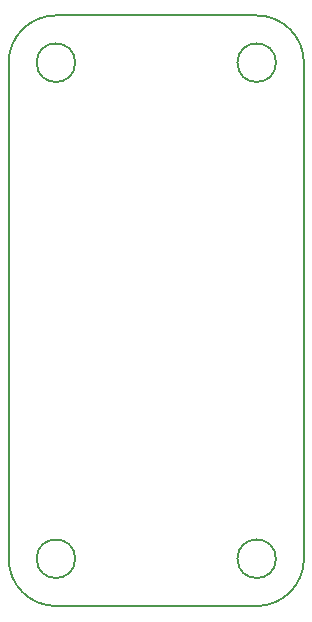
<source format=gm1>
G04 #@! TF.GenerationSoftware,KiCad,Pcbnew,5.0.0-fee4fd1~66~ubuntu18.04.1*
G04 #@! TF.CreationDate,2019-04-13T12:44:34-04:00*
G04 #@! TF.ProjectId,IMD_v1,494D445F76312E6B696361645F706362,rev?*
G04 #@! TF.SameCoordinates,Original*
G04 #@! TF.FileFunction,Profile,NP*
%FSLAX46Y46*%
G04 Gerber Fmt 4.6, Leading zero omitted, Abs format (unit mm)*
G04 Created by KiCad (PCBNEW 5.0.0-fee4fd1~66~ubuntu18.04.1) date Sat Apr 13 12:44:34 2019*
%MOMM*%
%LPD*%
G01*
G04 APERTURE LIST*
%ADD10C,0.200000*%
G04 APERTURE END LIST*
D10*
X99566950Y-62738000D02*
G75*
G03X99566950Y-62738000I-1631950J0D01*
G01*
X93935000Y-62738000D02*
X93935000Y-104738000D01*
X99566950Y-104738000D02*
G75*
G03X99566950Y-104738000I-1631950J0D01*
G01*
X114935000Y-58738000D02*
X97935000Y-58738000D01*
X93935000Y-62738000D02*
G75*
G02X97935000Y-58738000I4000000J0D01*
G01*
X118935000Y-62738000D02*
X118935000Y-104738000D01*
X97935000Y-108738000D02*
G75*
G02X93935000Y-104738000I0J4000000D01*
G01*
X114935000Y-58738000D02*
G75*
G02X118935000Y-62738000I0J-4000000D01*
G01*
X116566950Y-104738000D02*
G75*
G03X116566950Y-104738000I-1631950J0D01*
G01*
X114935000Y-108738000D02*
X97935000Y-108738000D01*
X118935000Y-104738000D02*
G75*
G02X114935000Y-108738000I-4000000J0D01*
G01*
X116566950Y-62738000D02*
G75*
G03X116566950Y-62738000I-1631950J0D01*
G01*
M02*

</source>
